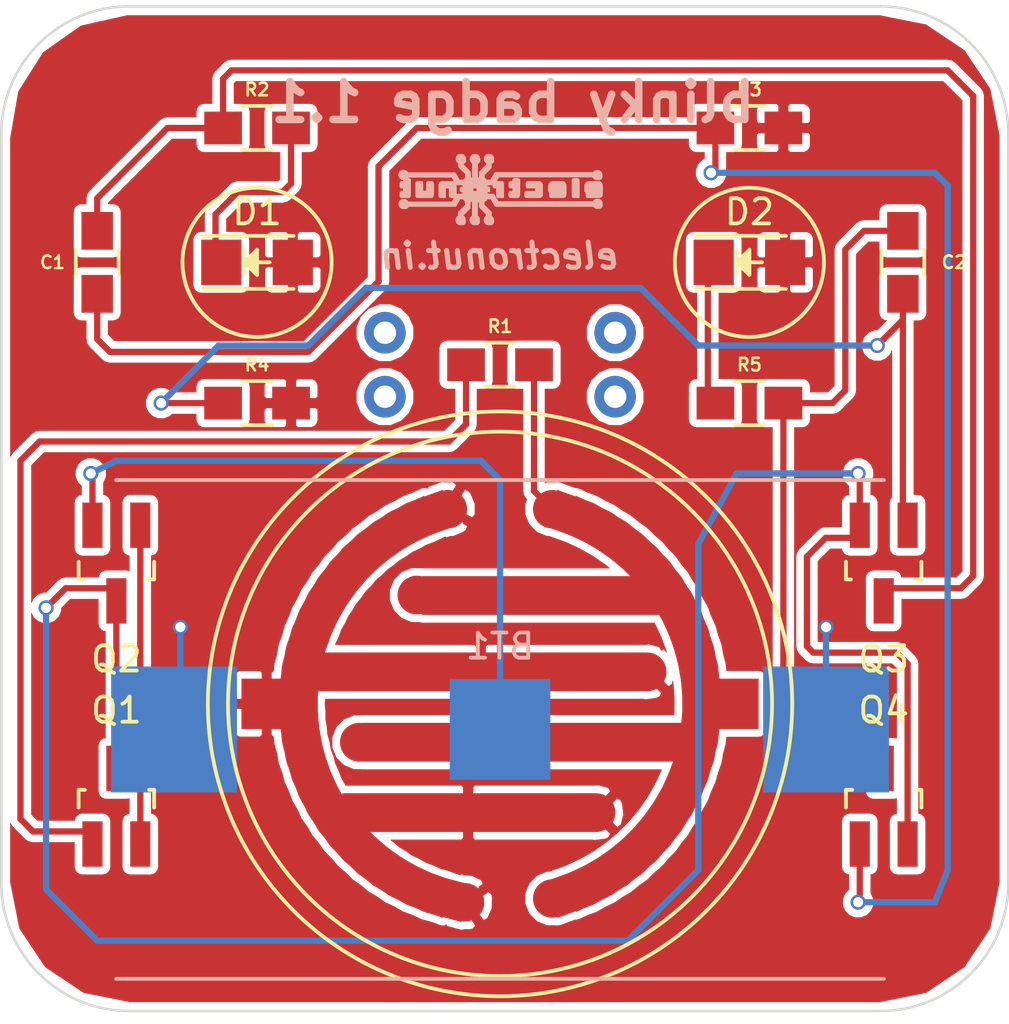
<source format=kicad_pcb>
(kicad_pcb (version 4) (host pcbnew "(2015-05-03 BZR 5637)-product")
  (layers (0 F.Cu signal) (31 B.Cu signal) (34 B.Paste user) (35 F.Paste user) (36 B.SilkS user) (37 F.SilkS user) (38 B.Mask user) (39 F.Mask user) (44 Edge.Cuts user))
  (net 0 "")
  (net 1 "Net-(C1-Pad1)")
  (net 2 "Net-(C1-Pad2)")
  (net 3 "Net-(C2-Pad1)")
  (net 4 "Net-(C2-Pad2)")
  (net 5 "Net-(D1-Pad1)")
  (net 6 "Net-(D2-Pad1)")
  (net 7 "Net-(Q1-Pad1)")
  (net 8 "Net-(Q1-Pad2)")
  (net 9 "Net-(Q1-Pad3)")
  (net 10 GND)
  (net 11 "Net-(R1-Pad1)")
  (net 12 VCC)
  (module bb:CR2032-SMD (layer B.Cu) (at 148.082 120.396)
    (fp_text reference BT1 (at 0 -3.302) (layer B.SilkS) (effects (justify mirror)))
    (fp_text value Battery hide)
    (pad 1 smd rect (at 12.95 0) (size 5 5) (layers B.Cu B.Paste B.Mask) (net 12 VCC))
    (pad 2 smd rect (at 0 0) (size 4 4) (layers B.Cu B.Paste B.Mask) (net 10 GND))
    (pad 1 smd rect (at -12.95 0) (size 5 5) (layers B.Cu B.Paste B.Mask) (net 12 VCC))
  )
  (module bb:H2-2.54 (layer F.Cu) (at 152.654 105.918)
    (fp_text reference J2 hide)
    (fp_text value Val** hide)
    (pad 1 thru_hole circle (at 0 -1.27) (size 1.651 1.651) (drill 0.889) (layers *.Cu *.Mask))
    (pad 2 thru_hole circle (at 0 1.27) (size 1.651 1.651) (drill 0.889) (layers *.Cu *.Mask))
  )
  (module bb:H2-2.54 (layer F.Cu) (at 143.51 105.918)
    (fp_text reference J2 hide)
    (fp_text value Val** hide)
    (pad 1 thru_hole circle (at 0 -1.27) (size 1.651 1.651) (drill 0.889) (layers *.Cu *.Mask))
    (pad 2 thru_hole circle (at 0 1.27) (size 1.651 1.651) (drill 0.889) (layers *.Cu *.Mask))
  )
  (module Capacitors_SMD:C_0805_HandSoldering (layer F.Cu) (at 132.08 101.854 90)
    (fp_text reference C1 (at 0 -1.778 180) (layer F.SilkS) (effects (font (size 0.5 0.5) (thickness 0.1))))
    (fp_text value 22uF hide)
    (pad 1 smd rect (at -1.25 0 90) (size 1.5 1.25) (layers F.Cu F.Paste F.Mask) (net 1 "Net-(C1-Pad1)"))
    (pad 2 smd rect (at 1.25 0 90) (size 1.5 1.25) (layers F.Cu F.Paste F.Mask) (net 2 "Net-(C1-Pad2)"))
  )
  (module Capacitors_SMD:C_0805_HandSoldering (layer F.Cu) (at 164.084 101.854 270)
    (fp_text reference C2 (at 0 -2.032 360) (layer F.SilkS) (effects (font (size 0.5 0.5) (thickness 0.1))))
    (fp_text value 22uF hide)
    (pad 1 smd rect (at -1.25 0 270) (size 1.5 1.25) (layers F.Cu F.Paste F.Mask) (net 3 "Net-(C2-Pad1)"))
    (pad 2 smd rect (at 1.25 0 270) (size 1.5 1.25) (layers F.Cu F.Paste F.Mask) (net 4 "Net-(C2-Pad2)"))
  )
  (module Resistors_SMD:R_0805_HandSoldering (layer F.Cu) (at 148.082 105.918 180)
    (fp_text reference R1 (at 0 1.524 180) (layer F.SilkS) (effects (font (size 0.5 0.5) (thickness 0.1))))
    (fp_text value 100k hide)
    (pad 1 smd rect (at -1.35 0 180) (size 1.5 1.3) (layers F.Cu F.Paste F.Mask) (net 11 "Net-(R1-Pad1)"))
    (pad 2 smd rect (at 1.35 0 180) (size 1.5 1.3) (layers F.Cu F.Paste F.Mask) (net 8 "Net-(Q1-Pad2)"))
  )
  (module Resistors_SMD:R_0805_HandSoldering (layer F.Cu) (at 138.43 96.52 180)
    (fp_text reference R2 (at 0 1.524 180) (layer F.SilkS) (effects (font (size 0.5 0.5) (thickness 0.1))))
    (fp_text value 100 hide)
    (pad 1 smd rect (at -1.35 0 180) (size 1.5 1.3) (layers F.Cu F.Paste F.Mask) (net 5 "Net-(D1-Pad1)"))
    (pad 2 smd rect (at 1.35 0 180) (size 1.5 1.3) (layers F.Cu F.Paste F.Mask) (net 2 "Net-(C1-Pad2)"))
  )
  (module Resistors_SMD:R_0805_HandSoldering (layer F.Cu) (at 157.988 96.52 180)
    (fp_text reference R3 (at 0 1.524 180) (layer F.SilkS) (effects (font (size 0.5 0.5) (thickness 0.1))))
    (fp_text value 47k hide)
    (pad 1 smd rect (at -1.35 0 180) (size 1.5 1.3) (layers F.Cu F.Paste F.Mask) (net 12 VCC))
    (pad 2 smd rect (at 1.35 0 180) (size 1.5 1.3) (layers F.Cu F.Paste F.Mask) (net 1 "Net-(C1-Pad1)"))
  )
  (module Resistors_SMD:R_0805_HandSoldering (layer F.Cu) (at 138.43 107.442 180)
    (fp_text reference R4 (at 0 1.524 180) (layer F.SilkS) (effects (font (size 0.5 0.5) (thickness 0.1))))
    (fp_text value 47k hide)
    (pad 1 smd rect (at -1.35 0 180) (size 1.5 1.3) (layers F.Cu F.Paste F.Mask) (net 12 VCC))
    (pad 2 smd rect (at 1.35 0 180) (size 1.5 1.3) (layers F.Cu F.Paste F.Mask) (net 4 "Net-(C2-Pad2)"))
  )
  (module Resistors_SMD:R_0805_HandSoldering (layer F.Cu) (at 157.988 107.442)
    (fp_text reference R5 (at 0 -1.524) (layer F.SilkS) (effects (font (size 0.5 0.5) (thickness 0.1))))
    (fp_text value 100 hide)
    (pad 1 smd rect (at -1.35 0) (size 1.5 1.3) (layers F.Cu F.Paste F.Mask) (net 6 "Net-(D2-Pad1)"))
    (pad 2 smd rect (at 1.35 0) (size 1.5 1.3) (layers F.Cu F.Paste F.Mask) (net 3 "Net-(C2-Pad1)"))
  )
  (module bb:TouchPlate-10mm (layer F.Cu) (at 148.082 119.38)
    (fp_text reference TP1 hide)
    (fp_text value Touch_Plate hide)
    (pad 2 smd rect (at 1.016 1.524) (size 13 1.54) (layers F.Cu F.Paste F.Mask) (net 11 "Net-(R1-Pad1)"))
    (pad 1 smd rect (at -0.762 -1.27) (size 13 1.54) (layers F.Cu F.Paste F.Mask) (net 12 VCC))
    (pad 1 smd rect (at -1.27 4.318) (size 10 1.54) (layers F.Cu F.Paste F.Mask) (net 12 VCC))
    (pad 1 smd rect (at -9.271 0) (size 2 2) (layers F.Cu F.Paste F.Mask) (net 12 VCC))
    (pad 2 smd circle (at 2.071 -7.727 255) (size 1.524 1.524) (layers F.Cu F.Paste F.Mask) (net 11 "Net-(R1-Pad1)"))
    (pad 2 smd rect (at 2.736 -7.518 250) (size 1.524 1.524) (layers F.Cu F.Paste F.Mask) (net 11 "Net-(R1-Pad1)"))
    (pad 2 smd rect (at 3.381 -7.25 245) (size 1.524 1.524) (layers F.Cu F.Paste F.Mask) (net 11 "Net-(R1-Pad1)"))
    (pad 2 smd rect (at 4 -6.928 240) (size 1.524 1.524) (layers F.Cu F.Paste F.Mask) (net 11 "Net-(R1-Pad1)"))
    (pad 2 smd rect (at 4.589 -6.553 235) (size 1.524 1.524) (layers F.Cu F.Paste F.Mask) (net 11 "Net-(R1-Pad1)"))
    (pad 2 smd rect (at 5.142 -6.128 230) (size 1.524 1.524) (layers F.Cu F.Paste F.Mask) (net 11 "Net-(R1-Pad1)"))
    (pad 2 smd rect (at 5.657 -5.657 225) (size 1.524 1.524) (layers F.Cu F.Paste F.Mask) (net 11 "Net-(R1-Pad1)"))
    (pad 2 smd rect (at 6.128 -5.142 220) (size 1.524 1.524) (layers F.Cu F.Paste F.Mask) (net 11 "Net-(R1-Pad1)"))
    (pad 2 smd rect (at 6.553 -4.589 215) (size 1.524 1.524) (layers F.Cu F.Paste F.Mask) (net 11 "Net-(R1-Pad1)"))
    (pad 2 smd rect (at 6.928 -4 210) (size 1.524 1.524) (layers F.Cu F.Paste F.Mask) (net 11 "Net-(R1-Pad1)"))
    (pad 2 smd rect (at 7.25 -3.381 205) (size 1.524 1.524) (layers F.Cu F.Paste F.Mask) (net 11 "Net-(R1-Pad1)"))
    (pad 2 smd rect (at 7.518 -2.736 200) (size 1.524 1.524) (layers F.Cu F.Paste F.Mask) (net 11 "Net-(R1-Pad1)"))
    (pad 2 smd rect (at 7.727 -2.071 195) (size 1.524 1.524) (layers F.Cu F.Paste F.Mask) (net 11 "Net-(R1-Pad1)"))
    (pad 2 smd rect (at 7.878 -1.389 190) (size 1.524 1.524) (layers F.Cu F.Paste F.Mask) (net 11 "Net-(R1-Pad1)"))
    (pad 2 smd rect (at 7.97 -0.697 185) (size 1.524 1.524) (layers F.Cu F.Paste F.Mask) (net 11 "Net-(R1-Pad1)"))
    (pad 2 smd rect (at 8 0 180) (size 1.524 1.524) (layers F.Cu F.Paste F.Mask) (net 11 "Net-(R1-Pad1)"))
    (pad 2 smd rect (at 7.97 0.697 175) (size 1.524 1.524) (layers F.Cu F.Paste F.Mask) (net 11 "Net-(R1-Pad1)"))
    (pad 2 smd rect (at 7.878 1.389 170) (size 1.524 1.524) (layers F.Cu F.Paste F.Mask) (net 11 "Net-(R1-Pad1)"))
    (pad 2 smd rect (at 7.727 2.071 165) (size 1.524 1.524) (layers F.Cu F.Paste F.Mask) (net 11 "Net-(R1-Pad1)"))
    (pad 2 smd rect (at 7.518 2.736 160) (size 1.524 1.524) (layers F.Cu F.Paste F.Mask) (net 11 "Net-(R1-Pad1)"))
    (pad 2 smd rect (at 7.25 3.381 155) (size 1.524 1.524) (layers F.Cu F.Paste F.Mask) (net 11 "Net-(R1-Pad1)"))
    (pad 2 smd rect (at 6.928 4 150) (size 1.524 1.524) (layers F.Cu F.Paste F.Mask) (net 11 "Net-(R1-Pad1)"))
    (pad 2 smd rect (at 6.553 4.589 145) (size 1.524 1.524) (layers F.Cu F.Paste F.Mask) (net 11 "Net-(R1-Pad1)"))
    (pad 2 smd rect (at 6.128 5.142 140) (size 1.524 1.524) (layers F.Cu F.Paste F.Mask) (net 11 "Net-(R1-Pad1)"))
    (pad 2 smd rect (at 5.657 5.657 135) (size 1.524 1.524) (layers F.Cu F.Paste F.Mask) (net 11 "Net-(R1-Pad1)"))
    (pad 2 smd rect (at 5.142 6.128 130) (size 1.524 1.524) (layers F.Cu F.Paste F.Mask) (net 11 "Net-(R1-Pad1)"))
    (pad 2 smd rect (at 4.589 6.553 125) (size 1.524 1.524) (layers F.Cu F.Paste F.Mask) (net 11 "Net-(R1-Pad1)"))
    (pad 2 smd rect (at 4 6.928 120) (size 1.524 1.524) (layers F.Cu F.Paste F.Mask) (net 11 "Net-(R1-Pad1)"))
    (pad 2 smd rect (at 3.381 7.25 115) (size 1.524 1.524) (layers F.Cu F.Paste F.Mask) (net 11 "Net-(R1-Pad1)"))
    (pad 2 smd rect (at 2.736 7.518 110) (size 1.524 1.524) (layers F.Cu F.Paste F.Mask) (net 11 "Net-(R1-Pad1)"))
    (pad 2 smd circle (at 2.071 7.727 105) (size 1.524 1.524) (layers F.Cu F.Paste F.Mask) (net 11 "Net-(R1-Pad1)"))
    (pad 1 smd circle (at -1.389 7.878 80) (size 1.524 1.524) (layers F.Cu F.Paste F.Mask) (net 12 VCC))
    (pad 1 smd rect (at -2.071 7.727 75) (size 1.524 1.524) (layers F.Cu F.Paste F.Mask) (net 12 VCC))
    (pad 1 smd rect (at -2.736 7.518 70) (size 1.524 1.524) (layers F.Cu F.Paste F.Mask) (net 12 VCC))
    (pad 1 smd rect (at -3.381 7.25 65) (size 1.524 1.524) (layers F.Cu F.Paste F.Mask) (net 12 VCC))
    (pad 1 smd rect (at -4 6.928 60) (size 1.524 1.524) (layers F.Cu F.Paste F.Mask) (net 12 VCC))
    (pad 1 smd rect (at -4.589 6.553 55) (size 1.524 1.524) (layers F.Cu F.Paste F.Mask) (net 12 VCC))
    (pad 1 smd rect (at -5.142 6.128 50) (size 1.524 1.524) (layers F.Cu F.Paste F.Mask) (net 12 VCC))
    (pad 1 smd rect (at -5.657 5.657 45) (size 1.524 1.524) (layers F.Cu F.Paste F.Mask) (net 12 VCC))
    (pad 1 smd rect (at -6.128 5.142 40) (size 1.524 1.524) (layers F.Cu F.Paste F.Mask) (net 12 VCC))
    (pad 1 smd rect (at -6.553 4.589 35) (size 1.524 1.524) (layers F.Cu F.Paste F.Mask) (net 12 VCC))
    (pad 1 smd rect (at -6.928 4 30) (size 1.524 1.524) (layers F.Cu F.Paste F.Mask) (net 12 VCC))
    (pad 1 smd rect (at -7.25 3.381 25) (size 1.524 1.524) (layers F.Cu F.Paste F.Mask) (net 12 VCC))
    (pad 1 smd rect (at -7.518 2.736 20) (size 1.524 1.524) (layers F.Cu F.Paste F.Mask) (net 12 VCC))
    (pad 1 smd rect (at -7.727 2.071 15) (size 1.524 1.524) (layers F.Cu F.Paste F.Mask) (net 12 VCC))
    (pad 1 smd rect (at -7.878 1.389 10) (size 1.524 1.524) (layers F.Cu F.Paste F.Mask) (net 12 VCC))
    (pad 1 smd rect (at -7.97 0.697 5) (size 1.524 1.524) (layers F.Cu F.Paste F.Mask) (net 12 VCC))
    (pad 1 smd rect (at -8 0) (size 1.524 1.524) (layers F.Cu F.Paste F.Mask) (net 12 VCC))
    (pad 1 smd rect (at -7.97 -0.697 355) (size 1.524 1.524) (layers F.Cu F.Paste F.Mask) (net 12 VCC))
    (pad 1 smd rect (at -7.878 -1.389 350) (size 1.524 1.524) (layers F.Cu F.Paste F.Mask) (net 12 VCC))
    (pad 1 smd rect (at -7.727 -2.071 345) (size 1.524 1.524) (layers F.Cu F.Paste F.Mask) (net 12 VCC))
    (pad 1 smd rect (at -7.518 -2.736 340) (size 1.524 1.524) (layers F.Cu F.Paste F.Mask) (net 12 VCC))
    (pad 1 smd rect (at -7.25 -3.381 335) (size 1.524 1.524) (layers F.Cu F.Paste F.Mask) (net 12 VCC))
    (pad 1 smd rect (at -6.928 -4 330) (size 1.524 1.524) (layers F.Cu F.Paste F.Mask) (net 12 VCC))
    (pad 1 smd rect (at -6.553 -4.589 325) (size 1.524 1.524) (layers F.Cu F.Paste F.Mask) (net 12 VCC))
    (pad 1 smd rect (at -6.128 -5.142 320) (size 1.524 1.524) (layers F.Cu F.Paste F.Mask) (net 12 VCC))
    (pad 1 smd rect (at -5.657 -5.657 315) (size 1.524 1.524) (layers F.Cu F.Paste F.Mask) (net 12 VCC))
    (pad 1 smd rect (at -5.142 -6.128 310) (size 1.524 1.524) (layers F.Cu F.Paste F.Mask) (net 12 VCC))
    (pad 1 smd rect (at -4.589 -6.553 305) (size 1.524 1.524) (layers F.Cu F.Paste F.Mask) (net 12 VCC))
    (pad 1 smd rect (at -4 -6.928 300) (size 1.524 1.524) (layers F.Cu F.Paste F.Mask) (net 12 VCC))
    (pad 1 smd rect (at -3.381 -7.25 295) (size 1.524 1.524) (layers F.Cu F.Paste F.Mask) (net 12 VCC))
    (pad 1 smd rect (at -2.736 -7.518 290) (size 1.524 1.524) (layers F.Cu F.Paste F.Mask) (net 12 VCC))
    (pad 1 smd circle (at -2.071 -7.727 285) (size 1.524 1.524) (layers F.Cu F.Paste F.Mask) (net 12 VCC))
    (pad 2 smd rect (at 9.271 0) (size 2 2) (layers F.Cu F.Paste F.Mask) (net 11 "Net-(R1-Pad1)"))
    (pad 2 smd rect (at 1.9 -4.3) (size 10 1.54) (layers F.Cu F.Paste F.Mask) (net 11 "Net-(R1-Pad1)"))
    (pad 2 smd circle (at -3.302 -4.318) (size 1.54 1.54) (layers F.Cu F.Paste F.Mask) (net 11 "Net-(R1-Pad1)"))
    (pad 2 smd circle (at -5.588 1.524) (size 1.54 1.54) (layers F.Cu F.Paste F.Mask) (net 11 "Net-(R1-Pad1)"))
    (pad 1 smd circle (at 3.81 4.318) (size 1.54 1.54) (layers F.Cu F.Paste F.Mask) (net 12 VCC))
    (pad 1 smd circle (at 5.842 -1.27) (size 1.54 1.54) (layers F.Cu F.Paste F.Mask) (net 12 VCC))
  )
  (module bb:LOGO_electronut (layer B.Cu) (at 152.146 100.33 180)
    (fp_text reference U$2 hide)
    (fp_text value LOGO hide)
  )
  (module bb:LED-1206 (layer F.Cu) (at 138.43 101.854)
    (fp_text reference D1 (at 0 -2) (layer F.SilkS))
    (fp_text value LED hide)
    (pad 2 smd rect (at 1.41986 0 180) (size 1.59766 1.80086) (layers F.Cu F.Paste F.Mask) (net 12 VCC))
    (pad 1 smd rect (at -1.41986 0 180) (size 1.59766 1.80086) (layers F.Cu F.Paste F.Mask) (net 5 "Net-(D1-Pad1)"))
  )
  (module bb:LED-1206 (layer F.Cu) (at 157.988 101.854)
    (fp_text reference D2 (at 0 -2) (layer F.SilkS))
    (fp_text value LED hide)
    (pad 2 smd rect (at 1.41986 0 180) (size 1.59766 1.80086) (layers F.Cu F.Paste F.Mask) (net 12 VCC))
    (pad 1 smd rect (at -1.41986 0 180) (size 1.59766 1.80086) (layers F.Cu F.Paste F.Mask) (net 6 "Net-(D2-Pad1)"))
  )
  (module bb:SOT-23_Handsoldering (layer F.Cu) (at 132.842 123.444)
    (fp_text reference Q1 (at 0 -3.81) (layer F.SilkS))
    (fp_text value MMBT2222 hide)
    (pad 2 smd rect (at -0.95 1.50114) (size 0.8001 1.80086) (layers F.Cu F.Paste F.Mask) (net 8 "Net-(Q1-Pad2)"))
    (pad 3 smd rect (at 0.95 1.50114) (size 0.8001 1.80086) (layers F.Cu F.Paste F.Mask) (net 9 "Net-(Q1-Pad3)"))
    (pad 1 smd rect (at 0 -1.50114) (size 0.8001 1.80086) (layers F.Cu F.Paste F.Mask) (net 7 "Net-(Q1-Pad1)"))
  )
  (module bb:SOT-23_Handsoldering (layer F.Cu) (at 132.842 113.792 180)
    (fp_text reference Q2 (at 0 -3.81 180) (layer F.SilkS))
    (fp_text value MMBT2222 hide)
    (pad 2 smd rect (at -0.95 1.50114 180) (size 0.8001 1.80086) (layers F.Cu F.Paste F.Mask) (net 9 "Net-(Q1-Pad3)"))
    (pad 3 smd rect (at 0.95 1.50114 180) (size 0.8001 1.80086) (layers F.Cu F.Paste F.Mask) (net 10 GND))
    (pad 1 smd rect (at 0 -1.50114 180) (size 0.8001 1.80086) (layers F.Cu F.Paste F.Mask) (net 7 "Net-(Q1-Pad1)"))
  )
  (module bb:SOT-23_Handsoldering (layer F.Cu) (at 163.322 113.792 180)
    (fp_text reference Q3 (at 0 -3.81 180) (layer F.SilkS))
    (fp_text value MMBT2222 hide)
    (pad 2 smd rect (at -0.95 1.50114 180) (size 0.8001 1.80086) (layers F.Cu F.Paste F.Mask) (net 4 "Net-(C2-Pad2)"))
    (pad 3 smd rect (at 0.95 1.50114 180) (size 0.8001 1.80086) (layers F.Cu F.Paste F.Mask) (net 7 "Net-(Q1-Pad1)"))
    (pad 1 smd rect (at 0 -1.50114 180) (size 0.8001 1.80086) (layers F.Cu F.Paste F.Mask) (net 2 "Net-(C1-Pad2)"))
  )
  (module bb:SOT-23_Handsoldering (layer F.Cu) (at 163.322 123.444)
    (fp_text reference Q4 (at 0 -3.81) (layer F.SilkS))
    (fp_text value MMBT2222 hide)
    (pad 2 smd rect (at -0.95 1.50114) (size 0.8001 1.80086) (layers F.Cu F.Paste F.Mask) (net 1 "Net-(C1-Pad1)"))
    (pad 3 smd rect (at 0.95 1.50114) (size 0.8001 1.80086) (layers F.Cu F.Paste F.Mask) (net 7 "Net-(Q1-Pad1)"))
    (pad 1 smd rect (at 0 -1.50114) (size 0.8001 1.80086) (layers F.Cu F.Paste F.Mask) (net 3 "Net-(C2-Pad1)"))
  )
  (gr_text electronut.in (at 148.082 101.6) (layer B.SilkS) (effects (font (size 1 1) (thickness 0.2) italic) (justify mirror)))
  (gr_text "blinky badge 1.1" (at 148.59 95.504) (layer B.SilkS) (effects (font (size 1.5 1.5) (thickness 0.3)) (justify mirror)))
  (gr_line (start 133.223 91.694) (end 163.195 91.694) (angle 90) (layer Edge.Cuts) (width 0.1))
  (gr_line (start 128.27 126.492) (end 128.27 96.901) (angle 90) (layer Edge.Cuts) (width 0.1))
  (gr_line (start 163.195 131.572) (end 133.35 131.572) (angle 90) (layer Edge.Cuts) (width 0.1))
  (gr_line (start 168.275 96.774) (end 168.275 126.492) (angle 90) (layer Edge.Cuts) (width 0.1))
  (gr_arc (start 133.35 126.492) (end 133.35 131.572) (angle 90) (layer Edge.Cuts) (width 0.1))
  (gr_arc (start 163.195 126.492) (end 168.275 126.492) (angle 90) (layer Edge.Cuts) (width 0.1))
  (gr_arc (start 163.195 96.774) (end 163.195 91.694) (angle 90) (layer Edge.Cuts) (width 0.1))
  (gr_arc (start 133.35 96.774) (end 128.27 96.901) (angle 90) (layer Edge.Cuts) (width 0.1))
  (segment (start 162.372 127.188) (end 162.372 124.44476) (width 0.25) (layer F.Cu) (net 1))
  (segment (start 162.306 127.254) (end 162.372 127.188) (width 0.25) (layer F.Cu) (net 1))
  (via (at 162.306 127.254) (size 0.6) (layers F.Cu B.Cu) (net 1))
  (segment (start 165.354 127.254) (end 162.306 127.254) (width 0.25) (layer B.Cu) (net 1))
  (segment (start 165.862 125.984) (end 165.354 127.254) (width 0.25) (layer B.Cu) (net 1))
  (segment (start 165.862 98.806) (end 165.862 125.984) (width 0.25) (layer B.Cu) (net 1))
  (segment (start 165.354 98.298) (end 165.862 98.806) (width 0.25) (layer B.Cu) (net 1))
  (segment (start 156.464 98.298) (end 165.354 98.298) (width 0.25) (layer B.Cu) (net 1))
  (via (at 156.464 98.298) (size 0.6) (layers F.Cu B.Cu) (net 1))
  (segment (start 156.638 96.52) (end 156.638 98.124) (width 0.25) (layer F.Cu) (net 1))
  (segment (start 156.638 98.124) (end 156.464 98.298) (width 0.25) (layer F.Cu) (net 1))
  (segment (start 132.08 103.104) (end 132.08 104.902) (width 0.25) (layer F.Cu) (net 1))
  (segment (start 144.78 96.52) (end 156.638 96.52) (width 0.25) (layer F.Cu) (net 1))
  (segment (start 143.256 98.044) (end 144.78 96.52) (width 0.25) (layer F.Cu) (net 1))
  (segment (start 143.256 102.616) (end 143.256 98.044) (width 0.25) (layer F.Cu) (net 1))
  (segment (start 140.462 105.41) (end 143.256 102.616) (width 0.25) (layer F.Cu) (net 1))
  (segment (start 132.588 105.41) (end 140.462 105.41) (width 0.25) (layer F.Cu) (net 1))
  (segment (start 132.08 104.902) (end 132.588 105.41) (width 0.25) (layer F.Cu) (net 1))
  (segment (start 166.38778 114.79022) (end 163.322 114.79022) (width 0.25) (layer F.Cu) (net 2))
  (segment (start 166.878 114.3) (end 166.38778 114.79022) (width 0.25) (layer F.Cu) (net 2))
  (segment (start 166.878 95.25) (end 166.878 114.3) (width 0.25) (layer F.Cu) (net 2))
  (segment (start 165.862 94.234) (end 166.878 95.25) (width 0.25) (layer F.Cu) (net 2))
  (segment (start 137.414 94.234) (end 165.862 94.234) (width 0.25) (layer F.Cu) (net 2))
  (segment (start 137.08 96.52) (end 137.08 94.568) (width 0.25) (layer F.Cu) (net 2))
  (segment (start 137.08 94.568) (end 137.414 94.234) (width 0.25) (layer F.Cu) (net 2))
  (segment (start 134.874 96.52) (end 137.08 96.52) (width 0.25) (layer F.Cu) (net 2))
  (segment (start 132.08 99.314) (end 134.874 96.52) (width 0.25) (layer F.Cu) (net 2))
  (segment (start 132.08 100.604) (end 132.08 99.314) (width 0.25) (layer F.Cu) (net 2))
  (segment (start 163.322 122.44578) (end 161.05378 122.44578) (width 0.25) (layer F.Cu) (net 3))
  (segment (start 161.05378 122.44578) (end 159.338 120.73) (width 0.25) (layer F.Cu) (net 3))
  (segment (start 164.084 100.604) (end 162.54 100.604) (width 0.25) (layer F.Cu) (net 3))
  (segment (start 161.29 107.442) (end 159.338 107.442) (width 0.25) (layer F.Cu) (net 3))
  (segment (start 161.798 106.934) (end 161.29 107.442) (width 0.25) (layer F.Cu) (net 3))
  (segment (start 161.798 101.346) (end 161.798 106.934) (width 0.25) (layer F.Cu) (net 3))
  (segment (start 162.54 100.604) (end 161.798 101.346) (width 0.25) (layer F.Cu) (net 3))
  (segment (start 159.338 120.73) (end 159.338 107.442) (width 0.25) (layer F.Cu) (net 3))
  (segment (start 137.08 107.442) (end 134.62 107.442) (width 0.25) (layer F.Cu) (net 4))
  (segment (start 164.084 104.14) (end 164.084 103.104) (width 0.25) (layer F.Cu) (net 4))
  (segment (start 163.068 105.156) (end 164.084 104.14) (width 0.25) (layer F.Cu) (net 4))
  (via (at 163.068 105.156) (size 0.6) (layers F.Cu B.Cu) (net 4))
  (segment (start 155.956 105.156) (end 163.068 105.156) (width 0.25) (layer B.Cu) (net 4))
  (segment (start 153.67 102.87) (end 155.956 105.156) (width 0.25) (layer B.Cu) (net 4))
  (segment (start 142.748 102.87) (end 153.67 102.87) (width 0.25) (layer B.Cu) (net 4))
  (segment (start 140.462 105.156) (end 142.748 102.87) (width 0.25) (layer B.Cu) (net 4))
  (segment (start 136.906 105.156) (end 140.462 105.156) (width 0.25) (layer B.Cu) (net 4))
  (segment (start 134.62 107.442) (end 136.906 105.156) (width 0.25) (layer B.Cu) (net 4))
  (via (at 134.62 107.442) (size 0.6) (layers F.Cu B.Cu) (net 4))
  (segment (start 164.084 103.104) (end 164.084 112.60324) (width 0.25) (layer F.Cu) (net 4))
  (segment (start 164.084 112.60324) (end 164.272 112.79124) (width 0.25) (layer F.Cu) (net 4))
  (segment (start 139.78 96.52) (end 139.78 98.726) (width 0.25) (layer F.Cu) (net 5))
  (segment (start 136.78 99.948) (end 136.78 101.854) (width 0.25) (layer F.Cu) (net 5))
  (segment (start 137.668 99.06) (end 136.78 99.948) (width 0.25) (layer F.Cu) (net 5))
  (segment (start 139.446 99.06) (end 137.668 99.06) (width 0.25) (layer F.Cu) (net 5))
  (segment (start 139.78 98.726) (end 139.446 99.06) (width 0.25) (layer F.Cu) (net 5))
  (segment (start 156.338 101.854) (end 156.338 107.142) (width 0.25) (layer F.Cu) (net 6))
  (segment (start 156.338 107.142) (end 156.638 107.442) (width 0.25) (layer F.Cu) (net 6))
  (segment (start 132.842 114.79022) (end 130.82778 114.79022) (width 0.25) (layer F.Cu) (net 7))
  (segment (start 130.82778 114.79022) (end 130.048 115.57) (width 0.25) (layer F.Cu) (net 7))
  (segment (start 132.842 122.44578) (end 132.842 114.79022) (width 0.25) (layer F.Cu) (net 7))
  (segment (start 155.956 113.03) (end 157.48 110.236) (width 0.25) (layer B.Cu) (net 7))
  (segment (start 155.956 125.984) (end 155.956 113.03) (width 0.25) (layer B.Cu) (net 7))
  (segment (start 153.162 128.778) (end 155.956 125.984) (width 0.25) (layer B.Cu) (net 7))
  (segment (start 132.08 128.778) (end 153.162 128.778) (width 0.25) (layer B.Cu) (net 7))
  (segment (start 130.048 126.746) (end 132.08 128.778) (width 0.25) (layer B.Cu) (net 7))
  (segment (start 130.048 115.57) (end 130.048 126.746) (width 0.25) (layer B.Cu) (net 7))
  (via (at 130.048 115.57) (size 0.6) (layers F.Cu B.Cu) (net 7))
  (segment (start 162.372 110.302) (end 162.372 112.79124) (width 0.25) (layer F.Cu) (net 7))
  (segment (start 162.306 110.236) (end 162.372 110.302) (width 0.25) (layer F.Cu) (net 7))
  (via (at 162.306 110.236) (size 0.6) (layers F.Cu B.Cu) (net 7))
  (segment (start 157.48 110.236) (end 162.306 110.236) (width 0.25) (layer B.Cu) (net 7))
  (segment (start 161.02076 112.79124) (end 160.274 113.538) (width 0.25) (layer F.Cu) (net 7))
  (segment (start 162.372 112.79124) (end 161.02076 112.79124) (width 0.25) (layer F.Cu) (net 7))
  (segment (start 160.274 113.538) (end 160.274 115.824) (width 0.25) (layer F.Cu) (net 7))
  (segment (start 160.274 117.094) (end 160.528 117.348) (width 0.25) (layer F.Cu) (net 7))
  (segment (start 160.274 115.824) (end 160.274 117.094) (width 0.25) (layer F.Cu) (net 7))
  (segment (start 164.272 117.79) (end 164.272 124.44476) (width 0.25) (layer F.Cu) (net 7))
  (segment (start 163.83 117.348) (end 164.272 117.79) (width 0.25) (layer F.Cu) (net 7))
  (segment (start 160.528 117.348) (end 163.83 117.348) (width 0.25) (layer F.Cu) (net 7))
  (segment (start 146.732 108.284) (end 146.05 108.966) (width 0.25) (layer F.Cu) (net 8))
  (segment (start 146.732 105.918) (end 146.732 108.284) (width 0.25) (layer F.Cu) (net 8))
  (segment (start 146.05 108.966) (end 129.794 108.966) (width 0.25) (layer F.Cu) (net 8))
  (segment (start 129.794 108.966) (end 129.032 109.728) (width 0.25) (layer F.Cu) (net 8))
  (segment (start 129.032 109.728) (end 129.032 123.952) (width 0.25) (layer F.Cu) (net 8))
  (segment (start 129.032 123.952) (end 129.52476 124.44476) (width 0.25) (layer F.Cu) (net 8))
  (segment (start 129.52476 124.44476) (end 131.892 124.44476) (width 0.25) (layer F.Cu) (net 8))
  (segment (start 133.792 112.79124) (end 133.792 124.44476) (width 0.25) (layer F.Cu) (net 9))
  (segment (start 148.082 110.49) (end 148.082 120.396) (width 0.25) (layer B.Cu) (net 10))
  (segment (start 147.32 109.728) (end 148.082 110.49) (width 0.25) (layer B.Cu) (net 10))
  (segment (start 132.842 109.728) (end 147.32 109.728) (width 0.25) (layer B.Cu) (net 10))
  (segment (start 131.826 110.236) (end 132.842 109.728) (width 0.25) (layer B.Cu) (net 10))
  (via (at 131.826 110.236) (size 0.6) (layers F.Cu B.Cu) (net 10))
  (segment (start 131.892 110.302) (end 131.826 110.236) (width 0.25) (layer F.Cu) (net 10))
  (segment (start 131.892 112.79124) (end 131.892 110.302) (width 0.25) (layer F.Cu) (net 10))
  (segment (start 149.432 105.918) (end 149.432 110.932) (width 0.25) (layer F.Cu) (net 11))
  (segment (start 149.432 110.932) (end 150.153 111.653) (width 0.25) (layer F.Cu) (net 11))
  (via (at 161.036 116.332) (size 0.6) (layers F.Cu B.Cu) (net 12))
  (segment (start 161.032 116.336) (end 161.036 116.332) (width 0.25) (layer B.Cu) (net 12))
  (segment (start 161.032 120.396) (end 161.032 116.336) (width 0.25) (layer B.Cu) (net 12))
  (via (at 135.382 116.332) (size 0.6) (layers F.Cu B.Cu) (net 12))
  (segment (start 135.382 120.396) (end 135.382 116.332) (width 0.25) (layer B.Cu) (net 12))
  (zone (net 12) (net_name VCC) (layer F.Cu) (connect_pads (clearance 0.3)) (min_thickness 0.0254) (fill yes (arc_segments 16) (thermal_gap 0.3) (thermal_bridge_width 0.4) (smoothing chamfer))
    (polygon (pts (xy 168.275 132.08) (xy 128.27 132.08) (xy 128.27 91.44) (xy 168.275 91.44)))
  )
)
</source>
